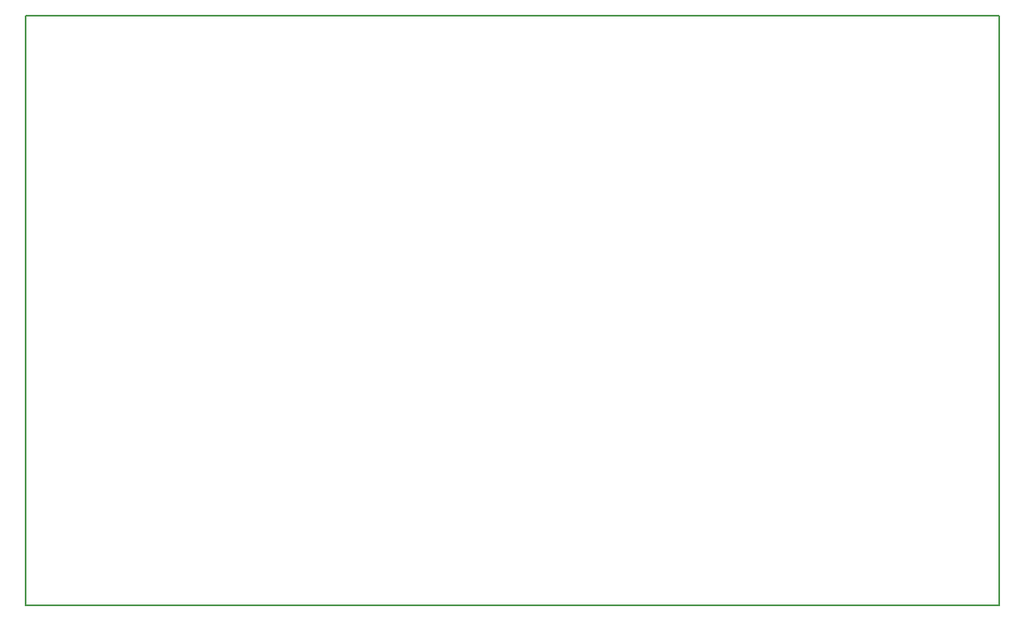
<source format=gbr>
%TF.GenerationSoftware,KiCad,Pcbnew,8.0.2*%
%TF.CreationDate,2024-07-21T17:00:07+02:00*%
%TF.ProjectId,CzlapCzlapBOT,437a6c61-7043-47a6-9c61-70424f542e6b,rev?*%
%TF.SameCoordinates,Original*%
%TF.FileFunction,Profile,NP*%
%FSLAX46Y46*%
G04 Gerber Fmt 4.6, Leading zero omitted, Abs format (unit mm)*
G04 Created by KiCad (PCBNEW 8.0.2) date 2024-07-21 17:00:07*
%MOMM*%
%LPD*%
G01*
G04 APERTURE LIST*
%TA.AperFunction,Profile*%
%ADD10C,0.200000*%
%TD*%
G04 APERTURE END LIST*
D10*
X137212400Y-106593200D02*
X37476800Y-106593200D01*
X137212400Y-167045200D02*
X137212400Y-106593200D01*
X37476800Y-167045200D02*
X137212400Y-167045200D01*
X37476800Y-106593200D02*
X37476800Y-167045200D01*
M02*

</source>
